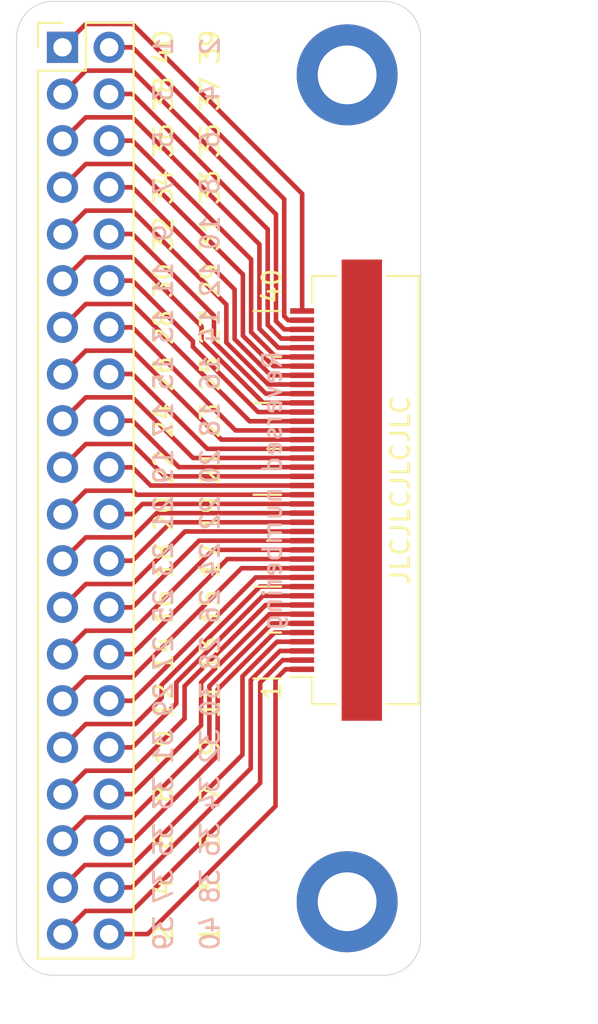
<source format=kicad_pcb>
(kicad_pcb (version 20171130) (host pcbnew 5.1.6)

  (general
    (thickness 1.6)
    (drawings 104)
    (tracks 193)
    (zones 0)
    (modules 4)
    (nets 43)
  )

  (page A4)
  (layers
    (0 F.Cu signal)
    (31 B.Cu signal)
    (32 B.Adhes user)
    (33 F.Adhes user)
    (34 B.Paste user)
    (35 F.Paste user)
    (36 B.SilkS user)
    (37 F.SilkS user)
    (38 B.Mask user)
    (39 F.Mask user)
    (40 Dwgs.User user)
    (41 Cmts.User user)
    (42 Eco1.User user)
    (43 Eco2.User user)
    (44 Edge.Cuts user)
    (45 Margin user)
    (46 B.CrtYd user)
    (47 F.CrtYd user)
    (48 B.Fab user)
    (49 F.Fab user)
  )

  (setup
    (last_trace_width 0.25)
    (trace_clearance 0.2)
    (zone_clearance 0.508)
    (zone_45_only no)
    (trace_min 0.2)
    (via_size 0.8)
    (via_drill 0.4)
    (via_min_size 0.4)
    (via_min_drill 0.3)
    (uvia_size 0.3)
    (uvia_drill 0.1)
    (uvias_allowed no)
    (uvia_min_size 0.2)
    (uvia_min_drill 0.1)
    (edge_width 0.05)
    (segment_width 0.2)
    (pcb_text_width 0.3)
    (pcb_text_size 1.5 1.5)
    (mod_edge_width 0.12)
    (mod_text_size 1 1)
    (mod_text_width 0.15)
    (pad_size 1.524 1.524)
    (pad_drill 0.762)
    (pad_to_mask_clearance 0.05)
    (aux_axis_origin 427.5 252.5)
    (grid_origin 427.5 252.5)
    (visible_elements FFFFFF7F)
    (pcbplotparams
      (layerselection 0x010fc_ffffffff)
      (usegerberextensions false)
      (usegerberattributes true)
      (usegerberadvancedattributes true)
      (creategerberjobfile true)
      (excludeedgelayer true)
      (linewidth 0.100000)
      (plotframeref false)
      (viasonmask false)
      (mode 1)
      (useauxorigin true)
      (hpglpennumber 1)
      (hpglpenspeed 20)
      (hpglpendiameter 15.000000)
      (psnegative false)
      (psa4output false)
      (plotreference true)
      (plotvalue true)
      (plotinvisibletext false)
      (padsonsilk false)
      (subtractmaskfromsilk false)
      (outputformat 1)
      (mirror false)
      (drillshape 0)
      (scaleselection 1)
      (outputdirectory "fab/"))
  )

  (net 0 "")
  (net 1 "Net-(J1-Pad40)")
  (net 2 "Net-(J1-Pad39)")
  (net 3 "Net-(J1-Pad38)")
  (net 4 "Net-(J1-Pad37)")
  (net 5 "Net-(J1-Pad36)")
  (net 6 "Net-(J1-Pad35)")
  (net 7 "Net-(J1-Pad34)")
  (net 8 "Net-(J1-Pad33)")
  (net 9 "Net-(J1-Pad32)")
  (net 10 "Net-(J1-Pad31)")
  (net 11 "Net-(J1-Pad30)")
  (net 12 "Net-(J1-Pad29)")
  (net 13 "Net-(J1-Pad28)")
  (net 14 "Net-(J1-Pad27)")
  (net 15 "Net-(J1-Pad26)")
  (net 16 "Net-(J1-Pad25)")
  (net 17 "Net-(J1-Pad24)")
  (net 18 "Net-(J1-Pad23)")
  (net 19 "Net-(J1-Pad22)")
  (net 20 "Net-(J1-Pad21)")
  (net 21 "Net-(J1-Pad20)")
  (net 22 "Net-(J1-Pad19)")
  (net 23 "Net-(J1-Pad18)")
  (net 24 "Net-(J1-Pad17)")
  (net 25 "Net-(J1-Pad16)")
  (net 26 "Net-(J1-Pad15)")
  (net 27 "Net-(J1-Pad14)")
  (net 28 "Net-(J1-Pad13)")
  (net 29 "Net-(J1-Pad12)")
  (net 30 "Net-(J1-Pad11)")
  (net 31 "Net-(J1-Pad10)")
  (net 32 "Net-(J1-Pad9)")
  (net 33 "Net-(J1-Pad8)")
  (net 34 "Net-(J1-Pad7)")
  (net 35 "Net-(J1-Pad6)")
  (net 36 "Net-(J1-Pad5)")
  (net 37 "Net-(J1-Pad4)")
  (net 38 "Net-(J1-Pad3)")
  (net 39 "Net-(J1-Pad2)")
  (net 40 "Net-(J1-Pad1)")
  (net 41 "Net-(H1-Pad1)")
  (net 42 "Net-(H2-Pad1)")

  (net_class Default "This is the default net class."
    (clearance 0.2)
    (trace_width 0.25)
    (via_dia 0.8)
    (via_drill 0.4)
    (uvia_dia 0.3)
    (uvia_drill 0.1)
    (add_net "Net-(H1-Pad1)")
    (add_net "Net-(H2-Pad1)")
    (add_net "Net-(J1-Pad1)")
    (add_net "Net-(J1-Pad10)")
    (add_net "Net-(J1-Pad11)")
    (add_net "Net-(J1-Pad12)")
    (add_net "Net-(J1-Pad13)")
    (add_net "Net-(J1-Pad14)")
    (add_net "Net-(J1-Pad15)")
    (add_net "Net-(J1-Pad16)")
    (add_net "Net-(J1-Pad17)")
    (add_net "Net-(J1-Pad18)")
    (add_net "Net-(J1-Pad19)")
    (add_net "Net-(J1-Pad2)")
    (add_net "Net-(J1-Pad20)")
    (add_net "Net-(J1-Pad21)")
    (add_net "Net-(J1-Pad22)")
    (add_net "Net-(J1-Pad23)")
    (add_net "Net-(J1-Pad24)")
    (add_net "Net-(J1-Pad25)")
    (add_net "Net-(J1-Pad26)")
    (add_net "Net-(J1-Pad27)")
    (add_net "Net-(J1-Pad28)")
    (add_net "Net-(J1-Pad29)")
    (add_net "Net-(J1-Pad3)")
    (add_net "Net-(J1-Pad30)")
    (add_net "Net-(J1-Pad31)")
    (add_net "Net-(J1-Pad32)")
    (add_net "Net-(J1-Pad33)")
    (add_net "Net-(J1-Pad34)")
    (add_net "Net-(J1-Pad35)")
    (add_net "Net-(J1-Pad36)")
    (add_net "Net-(J1-Pad37)")
    (add_net "Net-(J1-Pad38)")
    (add_net "Net-(J1-Pad39)")
    (add_net "Net-(J1-Pad4)")
    (add_net "Net-(J1-Pad40)")
    (add_net "Net-(J1-Pad5)")
    (add_net "Net-(J1-Pad6)")
    (add_net "Net-(J1-Pad7)")
    (add_net "Net-(J1-Pad8)")
    (add_net "Net-(J1-Pad9)")
  )

  (module MountingHole:MountingHole_3.2mm_M3_ISO14580_Pad (layer F.Cu) (tedit 56D1B4CB) (tstamp 5EF802CC)
    (at 443 299)
    (descr "Mounting Hole 3.2mm, M3, ISO14580")
    (tags "mounting hole 3.2mm m3 iso14580")
    (path /5EF9A00D)
    (attr virtual)
    (fp_text reference H2 (at 0 -3.75) (layer F.SilkS) hide
      (effects (font (size 1 1) (thickness 0.15)))
    )
    (fp_text value MountingHole_Pad (at 0 3.75) (layer F.Fab)
      (effects (font (size 1 1) (thickness 0.15)))
    )
    (fp_circle (center 0 0) (end 3 0) (layer F.CrtYd) (width 0.05))
    (fp_circle (center 0 0) (end 2.75 0) (layer Cmts.User) (width 0.15))
    (fp_text user %R (at 0.3 0) (layer F.Fab)
      (effects (font (size 1 1) (thickness 0.15)))
    )
    (pad 1 thru_hole circle (at 0 0) (size 5.5 5.5) (drill 3.2) (layers *.Cu *.Mask)
      (net 42 "Net-(H2-Pad1)"))
  )

  (module MountingHole:MountingHole_3.2mm_M3_ISO14580_Pad (layer F.Cu) (tedit 56D1B4CB) (tstamp 5EF803F8)
    (at 443 254)
    (descr "Mounting Hole 3.2mm, M3, ISO14580")
    (tags "mounting hole 3.2mm m3 iso14580")
    (path /5EF98F4F)
    (attr virtual)
    (fp_text reference H1 (at 0 -3.75) (layer F.SilkS) hide
      (effects (font (size 1 1) (thickness 0.15)))
    )
    (fp_text value MountingHole_Pad (at 0 3.75) (layer F.Fab)
      (effects (font (size 1 1) (thickness 0.15)))
    )
    (fp_circle (center 0 0) (end 3 0) (layer F.CrtYd) (width 0.05))
    (fp_circle (center 0 0) (end 2.75 0) (layer Cmts.User) (width 0.15))
    (fp_text user %R (at 0.3 0) (layer F.Fab)
      (effects (font (size 1 1) (thickness 0.15)))
    )
    (pad 1 thru_hole circle (at 0 0) (size 5.5 5.5) (drill 3.2) (layers *.Cu *.Mask)
      (net 41 "Net-(H1-Pad1)"))
  )

  (module Connector_FFC-FPC:Hirose_FH12-40S-0.5SH_1x40-1MP_P0.50mm_Horizontal (layer F.Cu) (tedit 5EF78D54) (tstamp 5EF795BE)
    (at 442.4 276.6 90)
    (descr "Hirose FH12, FFC/FPC connector, FH12-40S-0.5SH, 40 Pins per row (https://www.hirose.com/product/en/products/FH12/FH12-24S-0.5SH(55)/), generated with kicad-footprint-generator")
    (tags "connector Hirose FH12 horizontal")
    (path /5EF7A835)
    (attr smd)
    (fp_text reference J1 (at 0 -3.7 270) (layer F.SilkS) hide
      (effects (font (size 1 1) (thickness 0.15)))
    )
    (fp_text value Conn_01x40 (at 0 5.6 90) (layer F.Fab)
      (effects (font (size 1 1) (thickness 0.15)))
    )
    (fp_line (start 13.05 -3) (end -13.05 -3) (layer F.CrtYd) (width 0.05))
    (fp_line (start 13.05 4.9) (end 13.05 -3) (layer F.CrtYd) (width 0.05))
    (fp_line (start -13.05 4.9) (end 13.05 4.9) (layer F.CrtYd) (width 0.05))
    (fp_line (start -13.05 -3) (end -13.05 4.9) (layer F.CrtYd) (width 0.05))
    (fp_line (start -9.75 -0.492893) (end -9.25 -1.2) (layer F.Fab) (width 0.1))
    (fp_line (start -10.25 -1.2) (end -9.75 -0.492893) (layer F.Fab) (width 0.1))
    (fp_line (start -10.16 -1.3) (end -10.16 -2.5) (layer F.SilkS) (width 0.12))
    (fp_line (start 11.65 4.5) (end 11.65 2.76) (layer F.SilkS) (width 0.12))
    (fp_line (start -11.65 4.5) (end 11.65 4.5) (layer F.SilkS) (width 0.12))
    (fp_line (start -11.65 2.76) (end -11.65 4.5) (layer F.SilkS) (width 0.12))
    (fp_line (start 11.65 -1.3) (end 11.65 0.04) (layer F.SilkS) (width 0.12))
    (fp_line (start 10.16 -1.3) (end 11.65 -1.3) (layer F.SilkS) (width 0.12))
    (fp_line (start -11.65 -1.3) (end -11.65 0.04) (layer F.SilkS) (width 0.12))
    (fp_line (start -10.16 -1.3) (end -11.65 -1.3) (layer F.SilkS) (width 0.12))
    (fp_line (start 11.45 4.4) (end 0 4.4) (layer F.Fab) (width 0.1))
    (fp_line (start 11.45 3.7) (end 11.45 4.4) (layer F.Fab) (width 0.1))
    (fp_line (start 10.95 3.7) (end 11.45 3.7) (layer F.Fab) (width 0.1))
    (fp_line (start 10.95 3.4) (end 10.95 3.7) (layer F.Fab) (width 0.1))
    (fp_line (start 11.55 3.4) (end 10.95 3.4) (layer F.Fab) (width 0.1))
    (fp_line (start 11.55 -1.2) (end 11.55 3.4) (layer F.Fab) (width 0.1))
    (fp_line (start 0 -1.2) (end 11.55 -1.2) (layer F.Fab) (width 0.1))
    (fp_line (start -11.45 4.4) (end 0 4.4) (layer F.Fab) (width 0.1))
    (fp_line (start -11.45 3.7) (end -11.45 4.4) (layer F.Fab) (width 0.1))
    (fp_line (start -10.95 3.7) (end -11.45 3.7) (layer F.Fab) (width 0.1))
    (fp_line (start -10.95 3.4) (end -10.95 3.7) (layer F.Fab) (width 0.1))
    (fp_line (start -11.55 3.4) (end -10.95 3.4) (layer F.Fab) (width 0.1))
    (fp_line (start -11.55 -1.2) (end -11.55 3.4) (layer F.Fab) (width 0.1))
    (fp_line (start 0 -1.2) (end -11.55 -1.2) (layer F.Fab) (width 0.1))
    (fp_text user %R (at 0 3.7 90) (layer F.Fab)
      (effects (font (size 1 1) (thickness 0.15)))
    )
    (pad 40 smd rect (at 9.75 -1.85 90) (size 0.3 1.3) (layers F.Cu F.Paste F.Mask)
      (net 1 "Net-(J1-Pad40)"))
    (pad 39 smd rect (at 9.25 -1.85 90) (size 0.3 1.3) (layers F.Cu F.Paste F.Mask)
      (net 2 "Net-(J1-Pad39)"))
    (pad 38 smd rect (at 8.75 -1.85 90) (size 0.3 1.3) (layers F.Cu F.Paste F.Mask)
      (net 3 "Net-(J1-Pad38)"))
    (pad 37 smd rect (at 8.25 -1.85 90) (size 0.3 1.3) (layers F.Cu F.Paste F.Mask)
      (net 4 "Net-(J1-Pad37)"))
    (pad 36 smd rect (at 7.75 -1.85 90) (size 0.3 1.3) (layers F.Cu F.Paste F.Mask)
      (net 5 "Net-(J1-Pad36)"))
    (pad 35 smd rect (at 7.25 -1.85 90) (size 0.3 1.3) (layers F.Cu F.Paste F.Mask)
      (net 6 "Net-(J1-Pad35)"))
    (pad 34 smd rect (at 6.75 -1.85 90) (size 0.3 1.3) (layers F.Cu F.Paste F.Mask)
      (net 7 "Net-(J1-Pad34)"))
    (pad 33 smd rect (at 6.25 -1.85 90) (size 0.3 1.3) (layers F.Cu F.Paste F.Mask)
      (net 8 "Net-(J1-Pad33)"))
    (pad 32 smd rect (at 5.75 -1.85 90) (size 0.3 1.3) (layers F.Cu F.Paste F.Mask)
      (net 9 "Net-(J1-Pad32)"))
    (pad 31 smd rect (at 5.25 -1.85 90) (size 0.3 1.3) (layers F.Cu F.Paste F.Mask)
      (net 10 "Net-(J1-Pad31)"))
    (pad 30 smd rect (at 4.75 -1.85 90) (size 0.3 1.3) (layers F.Cu F.Paste F.Mask)
      (net 11 "Net-(J1-Pad30)"))
    (pad 29 smd rect (at 4.25 -1.85 90) (size 0.3 1.3) (layers F.Cu F.Paste F.Mask)
      (net 12 "Net-(J1-Pad29)"))
    (pad 28 smd rect (at 3.75 -1.85 90) (size 0.3 1.3) (layers F.Cu F.Paste F.Mask)
      (net 13 "Net-(J1-Pad28)"))
    (pad 27 smd rect (at 3.25 -1.85 90) (size 0.3 1.3) (layers F.Cu F.Paste F.Mask)
      (net 14 "Net-(J1-Pad27)"))
    (pad 26 smd rect (at 2.75 -1.85 90) (size 0.3 1.3) (layers F.Cu F.Paste F.Mask)
      (net 15 "Net-(J1-Pad26)"))
    (pad 25 smd rect (at 2.25 -1.85 90) (size 0.3 1.3) (layers F.Cu F.Paste F.Mask)
      (net 16 "Net-(J1-Pad25)"))
    (pad 24 smd rect (at 1.75 -1.85 90) (size 0.3 1.3) (layers F.Cu F.Paste F.Mask)
      (net 17 "Net-(J1-Pad24)"))
    (pad 23 smd rect (at 1.25 -1.85 90) (size 0.3 1.3) (layers F.Cu F.Paste F.Mask)
      (net 18 "Net-(J1-Pad23)"))
    (pad 22 smd rect (at 0.75 -1.85 90) (size 0.3 1.3) (layers F.Cu F.Paste F.Mask)
      (net 19 "Net-(J1-Pad22)"))
    (pad 21 smd rect (at 0.25 -1.85 90) (size 0.3 1.3) (layers F.Cu F.Paste F.Mask)
      (net 20 "Net-(J1-Pad21)"))
    (pad 20 smd rect (at -0.25 -1.85 90) (size 0.3 1.3) (layers F.Cu F.Paste F.Mask)
      (net 21 "Net-(J1-Pad20)"))
    (pad 19 smd rect (at -0.75 -1.85 90) (size 0.3 1.3) (layers F.Cu F.Paste F.Mask)
      (net 22 "Net-(J1-Pad19)"))
    (pad 18 smd rect (at -1.25 -1.85 90) (size 0.3 1.3) (layers F.Cu F.Paste F.Mask)
      (net 23 "Net-(J1-Pad18)"))
    (pad 17 smd rect (at -1.75 -1.85 90) (size 0.3 1.3) (layers F.Cu F.Paste F.Mask)
      (net 24 "Net-(J1-Pad17)"))
    (pad 16 smd rect (at -2.25 -1.85 90) (size 0.3 1.3) (layers F.Cu F.Paste F.Mask)
      (net 25 "Net-(J1-Pad16)"))
    (pad 15 smd rect (at -2.75 -1.85 90) (size 0.3 1.3) (layers F.Cu F.Paste F.Mask)
      (net 26 "Net-(J1-Pad15)"))
    (pad 14 smd rect (at -3.25 -1.85 90) (size 0.3 1.3) (layers F.Cu F.Paste F.Mask)
      (net 27 "Net-(J1-Pad14)"))
    (pad 13 smd rect (at -3.75 -1.85 90) (size 0.3 1.3) (layers F.Cu F.Paste F.Mask)
      (net 28 "Net-(J1-Pad13)"))
    (pad 12 smd rect (at -4.25 -1.85 90) (size 0.3 1.3) (layers F.Cu F.Paste F.Mask)
      (net 29 "Net-(J1-Pad12)"))
    (pad 11 smd rect (at -4.75 -1.85 90) (size 0.3 1.3) (layers F.Cu F.Paste F.Mask)
      (net 30 "Net-(J1-Pad11)"))
    (pad 10 smd rect (at -5.25 -1.85 90) (size 0.3 1.3) (layers F.Cu F.Paste F.Mask)
      (net 31 "Net-(J1-Pad10)"))
    (pad 9 smd rect (at -5.75 -1.85 90) (size 0.3 1.3) (layers F.Cu F.Paste F.Mask)
      (net 32 "Net-(J1-Pad9)"))
    (pad 8 smd rect (at -6.25 -1.85 90) (size 0.3 1.3) (layers F.Cu F.Paste F.Mask)
      (net 33 "Net-(J1-Pad8)"))
    (pad 7 smd rect (at -6.75 -1.85 90) (size 0.3 1.3) (layers F.Cu F.Paste F.Mask)
      (net 34 "Net-(J1-Pad7)"))
    (pad 6 smd rect (at -7.25 -1.85 90) (size 0.3 1.3) (layers F.Cu F.Paste F.Mask)
      (net 35 "Net-(J1-Pad6)"))
    (pad 5 smd rect (at -7.75 -1.85 90) (size 0.3 1.3) (layers F.Cu F.Paste F.Mask)
      (net 36 "Net-(J1-Pad5)"))
    (pad 4 smd rect (at -8.25 -1.85 90) (size 0.3 1.3) (layers F.Cu F.Paste F.Mask)
      (net 37 "Net-(J1-Pad4)"))
    (pad 3 smd rect (at -8.75 -1.85 90) (size 0.3 1.3) (layers F.Cu F.Paste F.Mask)
      (net 38 "Net-(J1-Pad3)"))
    (pad 2 smd rect (at -9.25 -1.85 90) (size 0.3 1.3) (layers F.Cu F.Paste F.Mask)
      (net 39 "Net-(J1-Pad2)"))
    (pad 1 smd rect (at -9.75 -1.85 90) (size 0.3 1.3) (layers F.Cu F.Paste F.Mask)
      (net 40 "Net-(J1-Pad1)"))
    (pad MP smd rect (at 0 1.4 90) (size 25.1 2.2) (layers F.Cu F.Paste F.Mask))
    (model ${KISYS3DMOD}/Connector_FFC-FPC.3dshapes/Hirose_FH12-40S-0.5SH_1x40-1MP_P0.50mm_Horizontal.wrl
      (at (xyz 0 0 0))
      (scale (xyz 1 1 1))
      (rotate (xyz 0 0 0))
    )
  )

  (module Connector_PinHeader_2.54mm:PinHeader_2x20_P2.54mm_Vertical (layer F.Cu) (tedit 59FED5CC) (tstamp 5EF78AE3)
    (at 427.5 252.5)
    (descr "Through hole straight pin header, 2x20, 2.54mm pitch, double rows")
    (tags "Through hole pin header THT 2x20 2.54mm double row")
    (path /5EF7B6E5)
    (fp_text reference J2 (at 1.27 -2.33) (layer F.SilkS) hide
      (effects (font (size 1 1) (thickness 0.15)))
    )
    (fp_text value Conn_01x40 (at 1.27 50.59) (layer F.Fab)
      (effects (font (size 1 1) (thickness 0.15)))
    )
    (fp_line (start 4.35 -1.8) (end -1.8 -1.8) (layer F.CrtYd) (width 0.05))
    (fp_line (start 4.35 50.05) (end 4.35 -1.8) (layer F.CrtYd) (width 0.05))
    (fp_line (start -1.8 50.05) (end 4.35 50.05) (layer F.CrtYd) (width 0.05))
    (fp_line (start -1.8 -1.8) (end -1.8 50.05) (layer F.CrtYd) (width 0.05))
    (fp_line (start -1.33 -1.33) (end 0 -1.33) (layer F.SilkS) (width 0.12))
    (fp_line (start -1.33 0) (end -1.33 -1.33) (layer F.SilkS) (width 0.12))
    (fp_line (start 1.27 -1.33) (end 3.87 -1.33) (layer F.SilkS) (width 0.12))
    (fp_line (start 1.27 1.27) (end 1.27 -1.33) (layer F.SilkS) (width 0.12))
    (fp_line (start -1.33 1.27) (end 1.27 1.27) (layer F.SilkS) (width 0.12))
    (fp_line (start 3.87 -1.33) (end 3.87 49.59) (layer F.SilkS) (width 0.12))
    (fp_line (start -1.33 1.27) (end -1.33 49.59) (layer F.SilkS) (width 0.12))
    (fp_line (start -1.33 49.59) (end 3.87 49.59) (layer F.SilkS) (width 0.12))
    (fp_line (start -1.27 0) (end 0 -1.27) (layer F.Fab) (width 0.1))
    (fp_line (start -1.27 49.53) (end -1.27 0) (layer F.Fab) (width 0.1))
    (fp_line (start 3.81 49.53) (end -1.27 49.53) (layer F.Fab) (width 0.1))
    (fp_line (start 3.81 -1.27) (end 3.81 49.53) (layer F.Fab) (width 0.1))
    (fp_line (start 0 -1.27) (end 3.81 -1.27) (layer F.Fab) (width 0.1))
    (fp_text user %R (at 1.27 24.13 90) (layer F.Fab)
      (effects (font (size 1 1) (thickness 0.15)))
    )
    (pad 40 thru_hole oval (at 2.54 48.26) (size 1.7 1.7) (drill 1) (layers *.Cu *.Mask)
      (net 40 "Net-(J1-Pad1)"))
    (pad 39 thru_hole oval (at 0 48.26) (size 1.7 1.7) (drill 1) (layers *.Cu *.Mask)
      (net 39 "Net-(J1-Pad2)"))
    (pad 38 thru_hole oval (at 2.54 45.72) (size 1.7 1.7) (drill 1) (layers *.Cu *.Mask)
      (net 38 "Net-(J1-Pad3)"))
    (pad 37 thru_hole oval (at 0 45.72) (size 1.7 1.7) (drill 1) (layers *.Cu *.Mask)
      (net 37 "Net-(J1-Pad4)"))
    (pad 36 thru_hole oval (at 2.54 43.18) (size 1.7 1.7) (drill 1) (layers *.Cu *.Mask)
      (net 36 "Net-(J1-Pad5)"))
    (pad 35 thru_hole oval (at 0 43.18) (size 1.7 1.7) (drill 1) (layers *.Cu *.Mask)
      (net 35 "Net-(J1-Pad6)"))
    (pad 34 thru_hole oval (at 2.54 40.64) (size 1.7 1.7) (drill 1) (layers *.Cu *.Mask)
      (net 34 "Net-(J1-Pad7)"))
    (pad 33 thru_hole oval (at 0 40.64) (size 1.7 1.7) (drill 1) (layers *.Cu *.Mask)
      (net 33 "Net-(J1-Pad8)"))
    (pad 32 thru_hole oval (at 2.54 38.1) (size 1.7 1.7) (drill 1) (layers *.Cu *.Mask)
      (net 32 "Net-(J1-Pad9)"))
    (pad 31 thru_hole oval (at 0 38.1) (size 1.7 1.7) (drill 1) (layers *.Cu *.Mask)
      (net 31 "Net-(J1-Pad10)"))
    (pad 30 thru_hole oval (at 2.54 35.56) (size 1.7 1.7) (drill 1) (layers *.Cu *.Mask)
      (net 30 "Net-(J1-Pad11)"))
    (pad 29 thru_hole oval (at 0 35.56) (size 1.7 1.7) (drill 1) (layers *.Cu *.Mask)
      (net 29 "Net-(J1-Pad12)"))
    (pad 28 thru_hole oval (at 2.54 33.02) (size 1.7 1.7) (drill 1) (layers *.Cu *.Mask)
      (net 28 "Net-(J1-Pad13)"))
    (pad 27 thru_hole oval (at 0 33.02) (size 1.7 1.7) (drill 1) (layers *.Cu *.Mask)
      (net 27 "Net-(J1-Pad14)"))
    (pad 26 thru_hole oval (at 2.54 30.48) (size 1.7 1.7) (drill 1) (layers *.Cu *.Mask)
      (net 26 "Net-(J1-Pad15)"))
    (pad 25 thru_hole oval (at 0 30.48) (size 1.7 1.7) (drill 1) (layers *.Cu *.Mask)
      (net 25 "Net-(J1-Pad16)"))
    (pad 24 thru_hole oval (at 2.54 27.94) (size 1.7 1.7) (drill 1) (layers *.Cu *.Mask)
      (net 24 "Net-(J1-Pad17)"))
    (pad 23 thru_hole oval (at 0 27.94) (size 1.7 1.7) (drill 1) (layers *.Cu *.Mask)
      (net 23 "Net-(J1-Pad18)"))
    (pad 22 thru_hole oval (at 2.54 25.4) (size 1.7 1.7) (drill 1) (layers *.Cu *.Mask)
      (net 22 "Net-(J1-Pad19)"))
    (pad 21 thru_hole oval (at 0 25.4) (size 1.7 1.7) (drill 1) (layers *.Cu *.Mask)
      (net 21 "Net-(J1-Pad20)"))
    (pad 20 thru_hole oval (at 2.54 22.86) (size 1.7 1.7) (drill 1) (layers *.Cu *.Mask)
      (net 20 "Net-(J1-Pad21)"))
    (pad 19 thru_hole oval (at 0 22.86) (size 1.7 1.7) (drill 1) (layers *.Cu *.Mask)
      (net 19 "Net-(J1-Pad22)"))
    (pad 18 thru_hole oval (at 2.54 20.32) (size 1.7 1.7) (drill 1) (layers *.Cu *.Mask)
      (net 18 "Net-(J1-Pad23)"))
    (pad 17 thru_hole oval (at 0 20.32) (size 1.7 1.7) (drill 1) (layers *.Cu *.Mask)
      (net 17 "Net-(J1-Pad24)"))
    (pad 16 thru_hole oval (at 2.54 17.78) (size 1.7 1.7) (drill 1) (layers *.Cu *.Mask)
      (net 16 "Net-(J1-Pad25)"))
    (pad 15 thru_hole oval (at 0 17.78) (size 1.7 1.7) (drill 1) (layers *.Cu *.Mask)
      (net 15 "Net-(J1-Pad26)"))
    (pad 14 thru_hole oval (at 2.54 15.24) (size 1.7 1.7) (drill 1) (layers *.Cu *.Mask)
      (net 14 "Net-(J1-Pad27)"))
    (pad 13 thru_hole oval (at 0 15.24) (size 1.7 1.7) (drill 1) (layers *.Cu *.Mask)
      (net 13 "Net-(J1-Pad28)"))
    (pad 12 thru_hole oval (at 2.54 12.7) (size 1.7 1.7) (drill 1) (layers *.Cu *.Mask)
      (net 12 "Net-(J1-Pad29)"))
    (pad 11 thru_hole oval (at 0 12.7) (size 1.7 1.7) (drill 1) (layers *.Cu *.Mask)
      (net 11 "Net-(J1-Pad30)"))
    (pad 10 thru_hole oval (at 2.54 10.16) (size 1.7 1.7) (drill 1) (layers *.Cu *.Mask)
      (net 10 "Net-(J1-Pad31)"))
    (pad 9 thru_hole oval (at 0 10.16) (size 1.7 1.7) (drill 1) (layers *.Cu *.Mask)
      (net 9 "Net-(J1-Pad32)"))
    (pad 8 thru_hole oval (at 2.54 7.62) (size 1.7 1.7) (drill 1) (layers *.Cu *.Mask)
      (net 8 "Net-(J1-Pad33)"))
    (pad 7 thru_hole oval (at 0 7.62) (size 1.7 1.7) (drill 1) (layers *.Cu *.Mask)
      (net 7 "Net-(J1-Pad34)"))
    (pad 6 thru_hole oval (at 2.54 5.08) (size 1.7 1.7) (drill 1) (layers *.Cu *.Mask)
      (net 6 "Net-(J1-Pad35)"))
    (pad 5 thru_hole oval (at 0 5.08) (size 1.7 1.7) (drill 1) (layers *.Cu *.Mask)
      (net 5 "Net-(J1-Pad36)"))
    (pad 4 thru_hole oval (at 2.54 2.54) (size 1.7 1.7) (drill 1) (layers *.Cu *.Mask)
      (net 4 "Net-(J1-Pad37)"))
    (pad 3 thru_hole oval (at 0 2.54) (size 1.7 1.7) (drill 1) (layers *.Cu *.Mask)
      (net 3 "Net-(J1-Pad38)"))
    (pad 2 thru_hole oval (at 2.54 0) (size 1.7 1.7) (drill 1) (layers *.Cu *.Mask)
      (net 2 "Net-(J1-Pad39)"))
    (pad 1 thru_hole rect (at 0 0) (size 1.7 1.7) (drill 1) (layers *.Cu *.Mask)
      (net 1 "Net-(J1-Pad40)"))
    (model ${KISYS3DMOD}/Connector_PinHeader_2.54mm.3dshapes/PinHeader_2x20_P2.54mm_Vertical.wrl
      (at (xyz 0 0 0))
      (scale (xyz 1 1 1))
      (rotate (xyz 0 0 0))
    )
  )

  (gr_text "Reversed numbering" (at 438.93 276.63 90) (layer B.SilkS)
    (effects (font (size 1 1) (thickness 0.15)) (justify mirror))
  )
  (gr_text 6 (at 435.54 257.52 90) (layer B.SilkS) (tstamp 5EF80D6B)
    (effects (font (size 1 1) (thickness 0.15)) (justify mirror))
  )
  (gr_text 15 (at 433 270.22 90) (layer B.SilkS) (tstamp 5EF80D6A)
    (effects (font (size 1 1) (thickness 0.15)) (justify mirror))
  )
  (gr_text 3 (at 433 254.98 90) (layer B.SilkS) (tstamp 5EF80D69)
    (effects (font (size 1 1) (thickness 0.15)) (justify mirror))
  )
  (gr_text 14 (at 435.54 267.68 90) (layer B.SilkS) (tstamp 5EF80D68)
    (effects (font (size 1 1) (thickness 0.15)) (justify mirror))
  )
  (gr_text 38 (at 435.54 298.16 90) (layer B.SilkS) (tstamp 5EF80D67)
    (effects (font (size 1 1) (thickness 0.15)) (justify mirror))
  )
  (gr_text 35 (at 433 295.62 90) (layer B.SilkS) (tstamp 5EF80D66)
    (effects (font (size 1 1) (thickness 0.15)) (justify mirror))
  )
  (gr_text 32 (at 435.54 290.54 90) (layer B.SilkS) (tstamp 5EF80D65)
    (effects (font (size 1 1) (thickness 0.15)) (justify mirror))
  )
  (gr_text 29 (at 433 288 90) (layer B.SilkS) (tstamp 5EF80D64)
    (effects (font (size 1 1) (thickness 0.15)) (justify mirror))
  )
  (gr_text 5 (at 433 257.52 90) (layer B.SilkS) (tstamp 5EF80D63)
    (effects (font (size 1 1) (thickness 0.15)) (justify mirror))
  )
  (gr_text 18 (at 435.54 272.76 90) (layer B.SilkS) (tstamp 5EF80D62)
    (effects (font (size 1 1) (thickness 0.15)) (justify mirror))
  )
  (gr_text 8 (at 435.54 260.06 90) (layer B.SilkS) (tstamp 5EF80D61)
    (effects (font (size 1 1) (thickness 0.15)) (justify mirror))
  )
  (gr_text 39 (at 433 300.7 90) (layer B.SilkS) (tstamp 5EF80D60)
    (effects (font (size 1 1) (thickness 0.15)) (justify mirror))
  )
  (gr_text 30 (at 435.54 288 90) (layer B.SilkS) (tstamp 5EF80D5F)
    (effects (font (size 1 1) (thickness 0.15)) (justify mirror))
  )
  (gr_text 27 (at 433 285.46 90) (layer B.SilkS) (tstamp 5EF80D5E)
    (effects (font (size 1 1) (thickness 0.15)) (justify mirror))
  )
  (gr_text 24 (at 435.54 280.38 90) (layer B.SilkS) (tstamp 5EF80D5D)
    (effects (font (size 1 1) (thickness 0.15)) (justify mirror))
  )
  (gr_text 10 (at 435.54 262.6 90) (layer B.SilkS) (tstamp 5EF80D5C)
    (effects (font (size 1 1) (thickness 0.15)) (justify mirror))
  )
  (gr_text 11 (at 433 265.14 90) (layer B.SilkS) (tstamp 5EF80D5B)
    (effects (font (size 1 1) (thickness 0.15)) (justify mirror))
  )
  (gr_text 22 (at 435.54 277.84 90) (layer B.SilkS) (tstamp 5EF80D5A)
    (effects (font (size 1 1) (thickness 0.15)) (justify mirror))
  )
  (gr_text 28 (at 435.54 285.46 90) (layer B.SilkS) (tstamp 5EF80D59)
    (effects (font (size 1 1) (thickness 0.15)) (justify mirror))
  )
  (gr_text 25 (at 433 282.92 90) (layer B.SilkS) (tstamp 5EF80D58)
    (effects (font (size 1 1) (thickness 0.15)) (justify mirror))
  )
  (gr_text 12 (at 435.54 265.14 90) (layer B.SilkS) (tstamp 5EF80D57)
    (effects (font (size 1 1) (thickness 0.15)) (justify mirror))
  )
  (gr_text 9 (at 433 262.6 90) (layer B.SilkS) (tstamp 5EF80D56)
    (effects (font (size 1 1) (thickness 0.15)) (justify mirror))
  )
  (gr_text 4 (at 435.54 254.98 90) (layer B.SilkS) (tstamp 5EF80D55)
    (effects (font (size 1 1) (thickness 0.15)) (justify mirror))
  )
  (gr_text 13 (at 433 267.68 90) (layer B.SilkS) (tstamp 5EF80D54)
    (effects (font (size 1 1) (thickness 0.15)) (justify mirror))
  )
  (gr_text 19 (at 433 275.3 90) (layer B.SilkS) (tstamp 5EF80D53)
    (effects (font (size 1 1) (thickness 0.15)) (justify mirror))
  )
  (gr_text 21 (at 433 277.84 90) (layer B.SilkS) (tstamp 5EF80D52)
    (effects (font (size 1 1) (thickness 0.15)) (justify mirror))
  )
  (gr_text 2 (at 435.54 252.44 90) (layer B.SilkS) (tstamp 5EF80D51)
    (effects (font (size 1 1) (thickness 0.15)) (justify mirror))
  )
  (gr_text 7 (at 433 260.06 90) (layer B.SilkS) (tstamp 5EF80D50)
    (effects (font (size 1 1) (thickness 0.15)) (justify mirror))
  )
  (gr_text 1 (at 433 252.44 90) (layer B.SilkS) (tstamp 5EF80D4F)
    (effects (font (size 1 1) (thickness 0.15)) (justify mirror))
  )
  (gr_text 40 (at 435.54 300.7 90) (layer B.SilkS) (tstamp 5EF80D4E)
    (effects (font (size 1 1) (thickness 0.15)) (justify mirror))
  )
  (gr_text 37 (at 433 298.16 90) (layer B.SilkS) (tstamp 5EF80D4D)
    (effects (font (size 1 1) (thickness 0.15)) (justify mirror))
  )
  (gr_text 17 (at 433 272.76 90) (layer B.SilkS) (tstamp 5EF80D4C)
    (effects (font (size 1 1) (thickness 0.15)) (justify mirror))
  )
  (gr_text 20 (at 435.54 275.3 90) (layer B.SilkS) (tstamp 5EF80D4B)
    (effects (font (size 1 1) (thickness 0.15)) (justify mirror))
  )
  (gr_text 36 (at 435.54 295.62 90) (layer B.SilkS) (tstamp 5EF80D4A)
    (effects (font (size 1 1) (thickness 0.15)) (justify mirror))
  )
  (gr_text 33 (at 433 293.08 90) (layer B.SilkS) (tstamp 5EF80D49)
    (effects (font (size 1 1) (thickness 0.15)) (justify mirror))
  )
  (gr_text 26 (at 435.54 282.92 90) (layer B.SilkS) (tstamp 5EF80D48)
    (effects (font (size 1 1) (thickness 0.15)) (justify mirror))
  )
  (gr_text 23 (at 433 280.38 90) (layer B.SilkS) (tstamp 5EF80D47)
    (effects (font (size 1 1) (thickness 0.15)) (justify mirror))
  )
  (gr_text 16 (at 435.54 270.22 90) (layer B.SilkS) (tstamp 5EF80D46)
    (effects (font (size 1 1) (thickness 0.15)) (justify mirror))
  )
  (gr_text 34 (at 435.54 293.08 90) (layer B.SilkS) (tstamp 5EF80D45)
    (effects (font (size 1 1) (thickness 0.15)) (justify mirror))
  )
  (gr_text 31 (at 433 290.54 90) (layer B.SilkS) (tstamp 5EF80D44)
    (effects (font (size 1 1) (thickness 0.15)) (justify mirror))
  )
  (gr_text 40 (at 438.9 265.5 90) (layer F.SilkS) (tstamp 5EF80960)
    (effects (font (size 1 1) (thickness 0.15)))
  )
  (gr_text 1 (at 438.9 287.55 90) (layer F.SilkS) (tstamp 5EF8095D)
    (effects (font (size 1 1) (thickness 0.15)))
  )
  (gr_line (start 439.4 269.35) (end 438.65 269.35) (layer F.SilkS) (width 0.12) (tstamp 5EF8080F))
  (gr_line (start 439.4 274.35) (end 438.65 274.35) (layer F.SilkS) (width 0.12) (tstamp 5EF8080D))
  (gr_line (start 439.4 279.35) (end 438.65 279.35) (layer F.SilkS) (width 0.12) (tstamp 5EF8080B))
  (gr_line (start 439.4 284.35) (end 438.65 284.35) (layer F.SilkS) (width 0.12) (tstamp 5EF807BA))
  (gr_line (start 439.4 266.85) (end 437.9 266.85) (layer F.SilkS) (width 0.12) (tstamp 5EF807B8))
  (gr_line (start 439.4 271.85) (end 437.9 271.85) (layer F.SilkS) (width 0.12) (tstamp 5EF807B6))
  (gr_line (start 439.4 276.85) (end 437.9 276.85) (layer F.SilkS) (width 0.12) (tstamp 5EF807B4))
  (gr_line (start 439.4 281.85) (end 437.9 281.85) (layer F.SilkS) (width 0.12) (tstamp 5EF807B2))
  (gr_line (start 439.4 286.85) (end 437.9 286.85) (layer F.SilkS) (width 0.12))
  (gr_text JLCJLCJLCJLC (at 445.9 276.6 90) (layer F.SilkS)
    (effects (font (size 1 1) (thickness 0.15)))
  )
  (dimension 22 (width 0.15) (layer Cmts.User)
    (gr_text "22.000 mm" (at 436 306.3) (layer Cmts.User)
      (effects (font (size 1 1) (thickness 0.15)))
    )
    (feature1 (pts (xy 447 301) (xy 447 305.586421)))
    (feature2 (pts (xy 425 301) (xy 425 305.586421)))
    (crossbar (pts (xy 425 305) (xy 447 305)))
    (arrow1a (pts (xy 447 305) (xy 445.873496 305.586421)))
    (arrow1b (pts (xy 447 305) (xy 445.873496 304.413579)))
    (arrow2a (pts (xy 425 305) (xy 426.126504 305.586421)))
    (arrow2b (pts (xy 425 305) (xy 426.126504 304.413579)))
  )
  (dimension 53 (width 0.15) (layer Cmts.User)
    (gr_text "53.000 mm" (at 455.3 276.5 270) (layer Cmts.User)
      (effects (font (size 1 1) (thickness 0.15)))
    )
    (feature1 (pts (xy 445 303) (xy 454.586421 303)))
    (feature2 (pts (xy 445 250) (xy 454.586421 250)))
    (crossbar (pts (xy 454 250) (xy 454 303)))
    (arrow1a (pts (xy 454 303) (xy 453.413579 301.873496)))
    (arrow1b (pts (xy 454 303) (xy 454.586421 301.873496)))
    (arrow2a (pts (xy 454 250) (xy 453.413579 251.126504)))
    (arrow2b (pts (xy 454 250) (xy 454.586421 251.126504)))
  )
  (dimension 45 (width 0.15) (layer Cmts.User)
    (gr_text "45.000 mm" (at 452.3 276.5 270) (layer Cmts.User)
      (effects (font (size 1 1) (thickness 0.15)))
    )
    (feature1 (pts (xy 443 299) (xy 451.586421 299)))
    (feature2 (pts (xy 443 254) (xy 451.586421 254)))
    (crossbar (pts (xy 451 254) (xy 451 299)))
    (arrow1a (pts (xy 451 299) (xy 450.413579 297.873496)))
    (arrow1b (pts (xy 451 299) (xy 451.586421 297.873496)))
    (arrow2a (pts (xy 451 254) (xy 450.413579 255.126504)))
    (arrow2b (pts (xy 451 254) (xy 451.586421 255.126504)))
  )
  (gr_arc (start 445 301) (end 445 303) (angle -90) (layer Edge.Cuts) (width 0.05))
  (gr_arc (start 427 301) (end 425 301) (angle -90) (layer Edge.Cuts) (width 0.05))
  (gr_arc (start 427 252) (end 427 250) (angle -90) (layer Edge.Cuts) (width 0.05))
  (gr_arc (start 445 252) (end 447 252) (angle -90) (layer Edge.Cuts) (width 0.05))
  (gr_text 39 (at 435.54 252.5 90) (layer F.SilkS) (tstamp 5EF79BEE)
    (effects (font (size 1 1) (thickness 0.15)))
  )
  (gr_text 40 (at 433 252.5 90) (layer F.SilkS) (tstamp 5EF79BEC)
    (effects (font (size 1 1) (thickness 0.15)))
  )
  (gr_text 37 (at 435.54 255.04 90) (layer F.SilkS) (tstamp 5EF79BEA)
    (effects (font (size 1 1) (thickness 0.15)))
  )
  (gr_text 38 (at 433 255.04 90) (layer F.SilkS) (tstamp 5EF79BE8)
    (effects (font (size 1 1) (thickness 0.15)))
  )
  (gr_text 35 (at 435.54 257.58 90) (layer F.SilkS) (tstamp 5EF79BE6)
    (effects (font (size 1 1) (thickness 0.15)))
  )
  (gr_text 36 (at 433 257.58 90) (layer F.SilkS) (tstamp 5EF79BE4)
    (effects (font (size 1 1) (thickness 0.15)))
  )
  (gr_text 33 (at 435.54 260.12 90) (layer F.SilkS) (tstamp 5EF79BE2)
    (effects (font (size 1 1) (thickness 0.15)))
  )
  (gr_text 34 (at 433 260.12 90) (layer F.SilkS) (tstamp 5EF79BE0)
    (effects (font (size 1 1) (thickness 0.15)))
  )
  (gr_text 31 (at 435.54 262.66 90) (layer F.SilkS) (tstamp 5EF79BDE)
    (effects (font (size 1 1) (thickness 0.15)))
  )
  (gr_text 32 (at 433 262.66 90) (layer F.SilkS) (tstamp 5EF79BDC)
    (effects (font (size 1 1) (thickness 0.15)))
  )
  (gr_text 29 (at 435.54 265.2 90) (layer F.SilkS) (tstamp 5EF79BDA)
    (effects (font (size 1 1) (thickness 0.15)))
  )
  (gr_text 30 (at 433 265.2 90) (layer F.SilkS) (tstamp 5EF79BD8)
    (effects (font (size 1 1) (thickness 0.15)))
  )
  (gr_text 27 (at 435.54 267.74 90) (layer F.SilkS) (tstamp 5EF79BD6)
    (effects (font (size 1 1) (thickness 0.15)))
  )
  (gr_text 28 (at 433 267.74 90) (layer F.SilkS) (tstamp 5EF79BD4)
    (effects (font (size 1 1) (thickness 0.15)))
  )
  (gr_text 25 (at 435.54 270.28 90) (layer F.SilkS) (tstamp 5EF79BD2)
    (effects (font (size 1 1) (thickness 0.15)))
  )
  (gr_text 26 (at 433 270.28 90) (layer F.SilkS) (tstamp 5EF79BD0)
    (effects (font (size 1 1) (thickness 0.15)))
  )
  (gr_text 23 (at 435.54 272.82 90) (layer F.SilkS) (tstamp 5EF79BCE)
    (effects (font (size 1 1) (thickness 0.15)))
  )
  (gr_text 24 (at 433 272.82 90) (layer F.SilkS) (tstamp 5EF79BCC)
    (effects (font (size 1 1) (thickness 0.15)))
  )
  (gr_text 21 (at 435.54 275.36 90) (layer F.SilkS) (tstamp 5EF79BCA)
    (effects (font (size 1 1) (thickness 0.15)))
  )
  (gr_text 22 (at 433 275.36 90) (layer F.SilkS) (tstamp 5EF79BC8)
    (effects (font (size 1 1) (thickness 0.15)))
  )
  (gr_text 19 (at 435.54 277.9 90) (layer F.SilkS) (tstamp 5EF79BC6)
    (effects (font (size 1 1) (thickness 0.15)))
  )
  (gr_text 20 (at 433 277.9 90) (layer F.SilkS) (tstamp 5EF79BC4)
    (effects (font (size 1 1) (thickness 0.15)))
  )
  (gr_text 17 (at 435.54 280.44 90) (layer F.SilkS) (tstamp 5EF79BC2)
    (effects (font (size 1 1) (thickness 0.15)))
  )
  (gr_text 18 (at 433 280.44 90) (layer F.SilkS) (tstamp 5EF79BC0)
    (effects (font (size 1 1) (thickness 0.15)))
  )
  (gr_text 15 (at 435.54 282.98 90) (layer F.SilkS) (tstamp 5EF79BBE)
    (effects (font (size 1 1) (thickness 0.15)))
  )
  (gr_text 16 (at 433 282.98 90) (layer F.SilkS) (tstamp 5EF79BBC)
    (effects (font (size 1 1) (thickness 0.15)))
  )
  (gr_text 13 (at 435.54 285.52 90) (layer F.SilkS) (tstamp 5EF79BBA)
    (effects (font (size 1 1) (thickness 0.15)))
  )
  (gr_text 14 (at 433 285.52 90) (layer F.SilkS) (tstamp 5EF79BB8)
    (effects (font (size 1 1) (thickness 0.15)))
  )
  (gr_text 11 (at 435.54 288.06 90) (layer F.SilkS) (tstamp 5EF79BB6)
    (effects (font (size 1 1) (thickness 0.15)))
  )
  (gr_text 12 (at 433 288.06 90) (layer F.SilkS) (tstamp 5EF79BB4)
    (effects (font (size 1 1) (thickness 0.15)))
  )
  (gr_text 9 (at 435.54 290.6 90) (layer F.SilkS) (tstamp 5EF79BB2)
    (effects (font (size 1 1) (thickness 0.15)))
  )
  (gr_text 10 (at 433 290.6 90) (layer F.SilkS) (tstamp 5EF79BB0)
    (effects (font (size 1 1) (thickness 0.15)))
  )
  (gr_text 7 (at 435.54 293.14 90) (layer F.SilkS) (tstamp 5EF79BAE)
    (effects (font (size 1 1) (thickness 0.15)))
  )
  (gr_text 8 (at 433 293.14 90) (layer F.SilkS) (tstamp 5EF79BAC)
    (effects (font (size 1 1) (thickness 0.15)))
  )
  (gr_text 5 (at 435.54 295.68 90) (layer F.SilkS) (tstamp 5EF79BAA)
    (effects (font (size 1 1) (thickness 0.15)))
  )
  (gr_text 6 (at 433 295.68 90) (layer F.SilkS) (tstamp 5EF79BA8)
    (effects (font (size 1 1) (thickness 0.15)))
  )
  (gr_text 3 (at 435.54 298.22 90) (layer F.SilkS) (tstamp 5EF79BA6)
    (effects (font (size 1 1) (thickness 0.15)))
  )
  (gr_text 4 (at 433 298.22 90) (layer F.SilkS) (tstamp 5EF79BA4)
    (effects (font (size 1 1) (thickness 0.15)))
  )
  (gr_text 1 (at 435.54 300.76 90) (layer F.SilkS) (tstamp 5EF79BA2)
    (effects (font (size 1 1) (thickness 0.15)))
  )
  (gr_text 2 (at 433 300.76 90) (layer F.SilkS)
    (effects (font (size 1 1) (thickness 0.15)))
  )
  (gr_line (start 425 301) (end 425 252) (layer Edge.Cuts) (width 0.05) (tstamp 5EF79442))
  (gr_line (start 445 303) (end 427 303) (layer Edge.Cuts) (width 0.05))
  (gr_line (start 447 252) (end 447 301) (layer Edge.Cuts) (width 0.05))
  (gr_line (start 427 250) (end 445 250) (layer Edge.Cuts) (width 0.05))

  (segment (start 431.31 251.23) (end 440.55 260.47) (width 0.25) (layer F.Cu) (net 1))
  (segment (start 440.55 260.47) (end 440.55 266.85) (width 0.25) (layer F.Cu) (net 1))
  (segment (start 427.5 252.5) (end 428.77 251.23) (width 0.25) (layer F.Cu) (net 1))
  (segment (start 428.77 251.23) (end 431.31 251.23) (width 0.25) (layer F.Cu) (net 1))
  (segment (start 430.8342 252.5) (end 430.04 252.5) (width 0.25) (layer F.Cu) (net 2))
  (segment (start 431.31 252.5) (end 430.8342 252.5) (width 0.25) (layer F.Cu) (net 2))
  (segment (start 439.5747 260.7647) (end 431.31 252.5) (width 0.25) (layer F.Cu) (net 2))
  (segment (start 439.7899 267.35) (end 439.5747 267.1348) (width 0.25) (layer F.Cu) (net 2))
  (segment (start 439.5747 267.1348) (end 439.5747 260.7647) (width 0.25) (layer F.Cu) (net 2))
  (segment (start 440.55 267.35) (end 439.7899 267.35) (width 0.25) (layer F.Cu) (net 2))
  (segment (start 439.5747 267.85) (end 439.1244 267.3997) (width 0.25) (layer F.Cu) (net 3))
  (segment (start 439.1244 267.3997) (end 439.1244 261.5844) (width 0.25) (layer F.Cu) (net 3))
  (segment (start 439.1244 261.5844) (end 431.31 253.77) (width 0.25) (layer F.Cu) (net 3))
  (segment (start 440.55 267.85) (end 439.5747 267.85) (width 0.25) (layer F.Cu) (net 3))
  (segment (start 427.5 255.04) (end 428.77 253.77) (width 0.25) (layer F.Cu) (net 3))
  (segment (start 428.77 253.77) (end 431.31 253.77) (width 0.25) (layer F.Cu) (net 3))
  (segment (start 431.31 255.04) (end 438.6741 262.4041) (width 0.25) (layer F.Cu) (net 4))
  (segment (start 438.6741 262.4041) (end 438.6741 267.6094) (width 0.25) (layer F.Cu) (net 4))
  (segment (start 438.6741 267.6094) (end 439.4147 268.35) (width 0.25) (layer F.Cu) (net 4))
  (segment (start 439.4147 268.35) (end 440.55 268.35) (width 0.25) (layer F.Cu) (net 4))
  (segment (start 430.04 255.04) (end 431.31 255.04) (width 0.25) (layer F.Cu) (net 4))
  (segment (start 428.77 256.31) (end 427.5 257.58) (width 0.25) (layer F.Cu) (net 5))
  (segment (start 431.31 256.31) (end 428.77 256.31) (width 0.25) (layer F.Cu) (net 5))
  (segment (start 438.2237 263.2237) (end 431.31 256.31) (width 0.25) (layer F.Cu) (net 5))
  (segment (start 438.2237 267.819) (end 438.2237 263.2237) (width 0.25) (layer F.Cu) (net 5))
  (segment (start 439.2547 268.85) (end 438.2237 267.819) (width 0.25) (layer F.Cu) (net 5))
  (segment (start 440.55 268.85) (end 439.2547 268.85) (width 0.25) (layer F.Cu) (net 5))
  (segment (start 431.31 257.58) (end 437.7734 264.0434) (width 0.25) (layer F.Cu) (net 6))
  (segment (start 437.7734 264.0434) (end 437.7734 268.0056) (width 0.25) (layer F.Cu) (net 6))
  (segment (start 437.7734 268.0056) (end 439.1178 269.35) (width 0.25) (layer F.Cu) (net 6))
  (segment (start 439.1178 269.35) (end 440.55 269.35) (width 0.25) (layer F.Cu) (net 6))
  (segment (start 430.04 257.58) (end 431.31 257.58) (width 0.25) (layer F.Cu) (net 6))
  (segment (start 431.31 258.85) (end 437.3231 264.8631) (width 0.25) (layer F.Cu) (net 7))
  (segment (start 437.3231 264.8631) (end 437.3231 268.1922) (width 0.25) (layer F.Cu) (net 7))
  (segment (start 437.3231 268.1922) (end 438.9809 269.85) (width 0.25) (layer F.Cu) (net 7))
  (segment (start 438.9809 269.85) (end 439.5747 269.85) (width 0.25) (layer F.Cu) (net 7))
  (segment (start 440.55 269.85) (end 439.5747 269.85) (width 0.25) (layer F.Cu) (net 7))
  (segment (start 427.5 260.12) (end 428.77 258.85) (width 0.25) (layer F.Cu) (net 7))
  (segment (start 428.77 258.85) (end 431.31 258.85) (width 0.25) (layer F.Cu) (net 7))
  (segment (start 440.55 270.35) (end 438.844 270.35) (width 0.25) (layer F.Cu) (net 8))
  (segment (start 438.844 270.35) (end 436.8728 268.3788) (width 0.25) (layer F.Cu) (net 8))
  (segment (start 436.8728 268.3788) (end 436.8728 265.6828) (width 0.25) (layer F.Cu) (net 8))
  (segment (start 436.8728 265.6828) (end 431.31 260.12) (width 0.25) (layer F.Cu) (net 8))
  (segment (start 430.04 260.12) (end 431.31 260.12) (width 0.25) (layer F.Cu) (net 8))
  (segment (start 431.31 261.39) (end 436.4225 266.5025) (width 0.25) (layer F.Cu) (net 9))
  (segment (start 436.4225 266.5025) (end 436.4225 268.5654) (width 0.25) (layer F.Cu) (net 9))
  (segment (start 436.4225 268.5654) (end 438.7071 270.85) (width 0.25) (layer F.Cu) (net 9))
  (segment (start 438.7071 270.85) (end 439.5747 270.85) (width 0.25) (layer F.Cu) (net 9))
  (segment (start 440.55 270.85) (end 439.5747 270.85) (width 0.25) (layer F.Cu) (net 9))
  (segment (start 427.5 262.66) (end 428.77 261.39) (width 0.25) (layer F.Cu) (net 9))
  (segment (start 428.77 261.39) (end 431.31 261.39) (width 0.25) (layer F.Cu) (net 9))
  (segment (start 431.31 262.66) (end 430.8342 262.66) (width 0.25) (layer F.Cu) (net 10))
  (segment (start 435.747 267.097) (end 431.31 262.66) (width 0.25) (layer F.Cu) (net 10))
  (segment (start 435.747 268.5268) (end 435.747 267.097) (width 0.25) (layer F.Cu) (net 10))
  (segment (start 430.8342 262.66) (end 430.04 262.66) (width 0.25) (layer F.Cu) (net 10))
  (segment (start 438.5702 271.35) (end 435.747 268.5268) (width 0.25) (layer F.Cu) (net 10))
  (segment (start 440.55 271.35) (end 438.5702 271.35) (width 0.25) (layer F.Cu) (net 10))
  (segment (start 431.31 263.93) (end 435.0716 267.6916) (width 0.25) (layer F.Cu) (net 11))
  (segment (start 435.0716 267.6916) (end 435.0716 268.4883) (width 0.25) (layer F.Cu) (net 11))
  (segment (start 435.0716 268.4883) (end 438.4333 271.85) (width 0.25) (layer F.Cu) (net 11))
  (segment (start 438.4333 271.85) (end 440.55 271.85) (width 0.25) (layer F.Cu) (net 11))
  (segment (start 427.5 265.2) (end 428.77 263.93) (width 0.25) (layer F.Cu) (net 11))
  (segment (start 428.77 263.93) (end 431.31 263.93) (width 0.25) (layer F.Cu) (net 11))
  (segment (start 438.2964 272.35) (end 440.55 272.35) (width 0.25) (layer F.Cu) (net 12))
  (segment (start 438.2964 272.35) (end 438.15 272.35) (width 0.25) (layer F.Cu) (net 12))
  (segment (start 430.04 265.2) (end 431.31 265.2) (width 0.25) (layer F.Cu) (net 12))
  (segment (start 431.31 265.2) (end 434.6 268.49) (width 0.25) (layer F.Cu) (net 12))
  (segment (start 434.6 268.8) (end 438.15 272.35) (width 0.25) (layer F.Cu) (net 12))
  (segment (start 434.6 268.49) (end 434.6 268.8) (width 0.25) (layer F.Cu) (net 12))
  (segment (start 431.31 266.47) (end 437.69 272.85) (width 0.25) (layer F.Cu) (net 13))
  (segment (start 437.69 272.85) (end 440.55 272.85) (width 0.25) (layer F.Cu) (net 13))
  (segment (start 427.5 267.74) (end 428.77 266.47) (width 0.25) (layer F.Cu) (net 13))
  (segment (start 428.77 266.47) (end 431.31 266.47) (width 0.25) (layer F.Cu) (net 13))
  (segment (start 431.31 267.74) (end 436.92 273.35) (width 0.25) (layer F.Cu) (net 14))
  (segment (start 436.92 273.35) (end 440.55 273.35) (width 0.25) (layer F.Cu) (net 14))
  (segment (start 430.04 267.74) (end 431.31 267.74) (width 0.25) (layer F.Cu) (net 14))
  (segment (start 431.31 269.01) (end 436.15 273.85) (width 0.25) (layer F.Cu) (net 15))
  (segment (start 436.15 273.85) (end 440.55 273.85) (width 0.25) (layer F.Cu) (net 15))
  (segment (start 427.5 270.28) (end 428.77 269.01) (width 0.25) (layer F.Cu) (net 15))
  (segment (start 428.77 269.01) (end 431.31 269.01) (width 0.25) (layer F.Cu) (net 15))
  (segment (start 431.31 270.28) (end 435.38 274.35) (width 0.25) (layer F.Cu) (net 16))
  (segment (start 435.38 274.35) (end 440.55 274.35) (width 0.25) (layer F.Cu) (net 16))
  (segment (start 430.04 270.28) (end 431.31 270.28) (width 0.25) (layer F.Cu) (net 16))
  (segment (start 431.31 271.55) (end 434.61 274.85) (width 0.25) (layer F.Cu) (net 17))
  (segment (start 434.61 274.85) (end 440.55 274.85) (width 0.25) (layer F.Cu) (net 17))
  (segment (start 427.5 272.82) (end 428.77 271.55) (width 0.25) (layer F.Cu) (net 17))
  (segment (start 428.77 271.55) (end 431.31 271.55) (width 0.25) (layer F.Cu) (net 17))
  (segment (start 440.55 275.35) (end 433.84 275.35) (width 0.25) (layer F.Cu) (net 18))
  (segment (start 433.84 275.35) (end 431.31 272.82) (width 0.25) (layer F.Cu) (net 18))
  (segment (start 430.04 272.82) (end 431.31 272.82) (width 0.25) (layer F.Cu) (net 18))
  (segment (start 440.55 275.85) (end 433.07 275.85) (width 0.25) (layer F.Cu) (net 19))
  (segment (start 433.07 275.85) (end 431.31 274.09) (width 0.25) (layer F.Cu) (net 19))
  (segment (start 427.5 275.36) (end 428.77 274.09) (width 0.25) (layer F.Cu) (net 19))
  (segment (start 428.77 274.09) (end 431.31 274.09) (width 0.25) (layer F.Cu) (net 19))
  (segment (start 440.55 276.35) (end 439.5747 276.35) (width 0.25) (layer F.Cu) (net 20))
  (segment (start 431.31 275.36) (end 432.3 276.35) (width 0.25) (layer F.Cu) (net 20))
  (segment (start 432.3 276.35) (end 439.5747 276.35) (width 0.25) (layer F.Cu) (net 20))
  (segment (start 430.04 275.36) (end 431.31 275.36) (width 0.25) (layer F.Cu) (net 20))
  (segment (start 431.53 276.85) (end 440.55 276.85) (width 0.25) (layer F.Cu) (net 21))
  (segment (start 431.31 276.63) (end 431.53 276.85) (width 0.25) (layer F.Cu) (net 21))
  (segment (start 428.77 276.63) (end 431.31 276.63) (width 0.25) (layer F.Cu) (net 21))
  (segment (start 427.5 277.9) (end 428.77 276.63) (width 0.25) (layer F.Cu) (net 21))
  (segment (start 431.1274 277.9) (end 431.31 277.9) (width 0.25) (layer F.Cu) (net 22))
  (segment (start 430.04 277.9) (end 431.1274 277.9) (width 0.25) (layer F.Cu) (net 22))
  (segment (start 431.86 277.35) (end 431.31 277.9) (width 0.25) (layer F.Cu) (net 22))
  (segment (start 440.55 277.35) (end 431.86 277.35) (width 0.25) (layer F.Cu) (net 22))
  (segment (start 431.31 279.17) (end 432.63 277.85) (width 0.25) (layer F.Cu) (net 23))
  (segment (start 432.63 277.85) (end 440.55 277.85) (width 0.25) (layer F.Cu) (net 23))
  (segment (start 427.5 280.44) (end 428.77 279.17) (width 0.25) (layer F.Cu) (net 23))
  (segment (start 428.77 279.17) (end 431.31 279.17) (width 0.25) (layer F.Cu) (net 23))
  (segment (start 431.31 280.44) (end 433.4 278.35) (width 0.25) (layer F.Cu) (net 24))
  (segment (start 433.4 278.35) (end 440.55 278.35) (width 0.25) (layer F.Cu) (net 24))
  (segment (start 430.04 280.44) (end 431.31 280.44) (width 0.25) (layer F.Cu) (net 24))
  (segment (start 431.31 281.71) (end 434.17 278.85) (width 0.25) (layer F.Cu) (net 25))
  (segment (start 434.17 278.85) (end 440.55 278.85) (width 0.25) (layer F.Cu) (net 25))
  (segment (start 427.5 282.98) (end 428.77 281.71) (width 0.25) (layer F.Cu) (net 25))
  (segment (start 428.77 281.71) (end 431.31 281.71) (width 0.25) (layer F.Cu) (net 25))
  (segment (start 431.31 282.98) (end 434.94 279.35) (width 0.25) (layer F.Cu) (net 26))
  (segment (start 434.94 279.35) (end 440.55 279.35) (width 0.25) (layer F.Cu) (net 26))
  (segment (start 430.04 282.98) (end 431.31 282.98) (width 0.25) (layer F.Cu) (net 26))
  (segment (start 431.31 284.25) (end 435.71 279.85) (width 0.25) (layer F.Cu) (net 27))
  (segment (start 435.71 279.85) (end 440.55 279.85) (width 0.25) (layer F.Cu) (net 27))
  (segment (start 427.5 285.52) (end 428.77 284.25) (width 0.25) (layer F.Cu) (net 27))
  (segment (start 428.77 284.25) (end 431.31 284.25) (width 0.25) (layer F.Cu) (net 27))
  (segment (start 431.31 285.52) (end 436.48 280.35) (width 0.25) (layer F.Cu) (net 28))
  (segment (start 436.48 280.35) (end 440.55 280.35) (width 0.25) (layer F.Cu) (net 28))
  (segment (start 430.04 285.52) (end 431.31 285.52) (width 0.25) (layer F.Cu) (net 28))
  (segment (start 431.31 286.79) (end 437.25 280.85) (width 0.25) (layer F.Cu) (net 29))
  (segment (start 437.25 280.85) (end 440.55 280.85) (width 0.25) (layer F.Cu) (net 29))
  (segment (start 427.5 288.06) (end 428.77 286.79) (width 0.25) (layer F.Cu) (net 29))
  (segment (start 428.77 286.79) (end 431.31 286.79) (width 0.25) (layer F.Cu) (net 29))
  (segment (start 431.1858 288.06) (end 430.04 288.06) (width 0.25) (layer F.Cu) (net 30))
  (segment (start 431.31 288.06) (end 431.1858 288.06) (width 0.25) (layer F.Cu) (net 30))
  (segment (start 438.02 281.35) (end 431.31 288.06) (width 0.25) (layer F.Cu) (net 30))
  (segment (start 440.55 281.35) (end 438.02 281.35) (width 0.25) (layer F.Cu) (net 30))
  (segment (start 440.55 281.85) (end 438.2615 281.85) (width 0.25) (layer F.Cu) (net 31))
  (segment (start 431.2184 289.33) (end 431.31 289.33) (width 0.25) (layer F.Cu) (net 31))
  (segment (start 427.5 290.6) (end 428.77 289.33) (width 0.25) (layer F.Cu) (net 31))
  (segment (start 428.77 289.33) (end 431.2184 289.33) (width 0.25) (layer F.Cu) (net 31))
  (segment (start 438.2615 281.85) (end 438.25 281.85) (width 0.25) (layer F.Cu) (net 31))
  (segment (start 438.25 281.85) (end 432.9 287.2) (width 0.25) (layer F.Cu) (net 31))
  (segment (start 431.2184 289.33) (end 431.47 289.33) (width 0.25) (layer F.Cu) (net 31))
  (segment (start 432.9 287.9) (end 432.9 287.2) (width 0.25) (layer F.Cu) (net 31))
  (segment (start 431.47 289.33) (end 432.9 287.9) (width 0.25) (layer F.Cu) (net 31))
  (segment (start 440.55 282.35) (end 438.4162 282.35) (width 0.25) (layer F.Cu) (net 32))
  (segment (start 438.4162 282.35) (end 433.698 287.0682) (width 0.25) (layer F.Cu) (net 32))
  (segment (start 433.698 287.0682) (end 433.698 288.212) (width 0.25) (layer F.Cu) (net 32))
  (segment (start 433.698 288.212) (end 431.31 290.6) (width 0.25) (layer F.Cu) (net 32))
  (segment (start 430.04 290.6) (end 431.31 290.6) (width 0.25) (layer F.Cu) (net 32))
  (segment (start 440.55 282.85) (end 438.5637 282.85) (width 0.25) (layer F.Cu) (net 33))
  (segment (start 438.5637 282.85) (end 434.1483 287.2654) (width 0.25) (layer F.Cu) (net 33))
  (segment (start 434.1483 287.2654) (end 434.1483 289.0317) (width 0.25) (layer F.Cu) (net 33))
  (segment (start 434.1483 289.0317) (end 431.31 291.87) (width 0.25) (layer F.Cu) (net 33))
  (segment (start 427.5 293.14) (end 428.77 291.87) (width 0.25) (layer F.Cu) (net 33))
  (segment (start 428.77 291.87) (end 431.31 291.87) (width 0.25) (layer F.Cu) (net 33))
  (segment (start 440.55 283.35) (end 438.7727 283.35) (width 0.25) (layer F.Cu) (net 34))
  (segment (start 438.7727 283.35) (end 435.0489 287.0738) (width 0.25) (layer F.Cu) (net 34))
  (segment (start 435.0489 287.0738) (end 435.0489 289.4011) (width 0.25) (layer F.Cu) (net 34))
  (segment (start 435.0489 289.4011) (end 431.31 293.14) (width 0.25) (layer F.Cu) (net 34))
  (segment (start 430.04 293.14) (end 431.31 293.14) (width 0.25) (layer F.Cu) (net 34))
  (segment (start 440.55 283.85) (end 438.9096 283.85) (width 0.25) (layer F.Cu) (net 35))
  (segment (start 438.9096 283.85) (end 435.4992 287.2604) (width 0.25) (layer F.Cu) (net 35))
  (segment (start 435.4992 287.2604) (end 435.4992 290.2208) (width 0.25) (layer F.Cu) (net 35))
  (segment (start 435.4992 290.2208) (end 431.31 294.41) (width 0.25) (layer F.Cu) (net 35))
  (segment (start 427.5 295.68) (end 428.77 294.41) (width 0.25) (layer F.Cu) (net 35))
  (segment (start 428.77 294.41) (end 431.31 294.41) (width 0.25) (layer F.Cu) (net 35))
  (segment (start 440.55 284.35) (end 439.0465 284.35) (width 0.25) (layer F.Cu) (net 36))
  (segment (start 439.0465 284.35) (end 435.9495 287.447) (width 0.25) (layer F.Cu) (net 36))
  (segment (start 435.9495 287.447) (end 435.9495 291.0405) (width 0.25) (layer F.Cu) (net 36))
  (segment (start 435.9495 291.0405) (end 431.31 295.68) (width 0.25) (layer F.Cu) (net 36))
  (segment (start 430.04 295.68) (end 431.31 295.68) (width 0.25) (layer F.Cu) (net 36))
  (segment (start 440.55 284.85) (end 439.1834 284.85) (width 0.25) (layer F.Cu) (net 37))
  (segment (start 439.1834 284.85) (end 437.3003 286.7331) (width 0.25) (layer F.Cu) (net 37))
  (segment (start 437.3003 286.7331) (end 437.3003 290.9997) (width 0.25) (layer F.Cu) (net 37))
  (segment (start 437.3003 290.9997) (end 431.3 297) (width 0.25) (layer F.Cu) (net 37))
  (segment (start 427.5 298.22) (end 428.72 297) (width 0.25) (layer F.Cu) (net 37))
  (segment (start 428.72 297) (end 431.3 297) (width 0.25) (layer F.Cu) (net 37))
  (segment (start 431.28 298.22) (end 437.7507 291.7493) (width 0.25) (layer F.Cu) (net 38))
  (segment (start 437.7507 291.7493) (end 437.7507 286.9419) (width 0.25) (layer F.Cu) (net 38))
  (segment (start 437.7507 286.9419) (end 439.3426 285.35) (width 0.25) (layer F.Cu) (net 38))
  (segment (start 439.3426 285.35) (end 440.55 285.35) (width 0.25) (layer F.Cu) (net 38))
  (segment (start 430.04 298.22) (end 431.28 298.22) (width 0.25) (layer F.Cu) (net 38))
  (segment (start 431.3 299.5) (end 438.266 292.534) (width 0.25) (layer F.Cu) (net 39))
  (segment (start 438.266 292.534) (end 438.266 287.0712) (width 0.25) (layer F.Cu) (net 39))
  (segment (start 438.266 287.0712) (end 439.4872 285.85) (width 0.25) (layer F.Cu) (net 39))
  (segment (start 439.4872 285.85) (end 440.55 285.85) (width 0.25) (layer F.Cu) (net 39))
  (segment (start 427.5 300.76) (end 428.76 299.5) (width 0.25) (layer F.Cu) (net 39))
  (segment (start 428.76 299.5) (end 431.3 299.5) (width 0.25) (layer F.Cu) (net 39))
  (segment (start 430.04 300.76) (end 432.14 300.76) (width 0.25) (layer F.Cu) (net 40))
  (segment (start 432.14 300.76) (end 439.1 293.8) (width 0.25) (layer F.Cu) (net 40))
  (segment (start 439.1 293.8) (end 439.1 286.9) (width 0.25) (layer F.Cu) (net 40))
  (segment (start 439.1 286.9) (end 439.65 286.35) (width 0.25) (layer F.Cu) (net 40))
  (segment (start 439.65 286.35) (end 440.55 286.35) (width 0.25) (layer F.Cu) (net 40))

)

</source>
